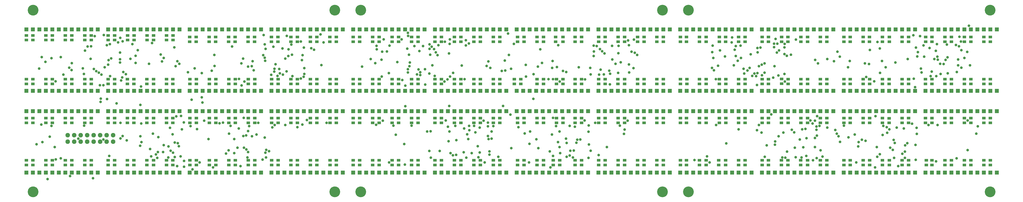
<source format=gts>
G75*
G70*
%OFA0B0*%
%FSLAX24Y24*%
%IPPOS*%
%LPD*%
%AMOC8*
5,1,8,0,0,1.08239X$1,22.5*
%
%ADD10C,0.1655*%
%ADD11R,0.0595X0.0595*%
%ADD12R,0.0552X0.0395*%
%ADD13OC8,0.0680*%
%ADD14C,0.0416*%
D10*
X002150Y002158D03*
X048650Y002158D03*
X052650Y002158D03*
X099150Y002158D03*
X103150Y002158D03*
X149650Y002158D03*
X149650Y030150D03*
X103150Y030150D03*
X099150Y030150D03*
X052650Y030150D03*
X048650Y030150D03*
X002150Y030150D03*
D11*
X002107Y027178D03*
X003107Y027178D03*
X004107Y027178D03*
X005107Y027178D03*
X006107Y027178D03*
X007107Y027178D03*
X008107Y027178D03*
X009107Y027178D03*
X010107Y027178D03*
X011107Y027178D03*
X012107Y027178D03*
X013705Y027178D03*
X014705Y027178D03*
X015705Y027178D03*
X016705Y027178D03*
X017705Y027178D03*
X018705Y027178D03*
X019705Y027178D03*
X020705Y027178D03*
X021705Y027178D03*
X022705Y027178D03*
X023705Y027178D03*
X024705Y027178D03*
X026304Y027178D03*
X027304Y027178D03*
X028304Y027178D03*
X029304Y027178D03*
X030304Y027178D03*
X031304Y027178D03*
X032304Y027178D03*
X033304Y027178D03*
X034304Y027178D03*
X035304Y027178D03*
X036304Y027178D03*
X037304Y027178D03*
X038902Y027178D03*
X039902Y027178D03*
X040902Y027178D03*
X041902Y027178D03*
X042902Y027178D03*
X043902Y027178D03*
X044902Y027178D03*
X045902Y027178D03*
X046902Y027178D03*
X047902Y027178D03*
X048902Y027178D03*
X049902Y027178D03*
X051500Y027178D03*
X052500Y027178D03*
X053500Y027178D03*
X054500Y027178D03*
X055500Y027178D03*
X056500Y027178D03*
X057500Y027178D03*
X058500Y027178D03*
X059500Y027178D03*
X060500Y027178D03*
X061500Y027178D03*
X062500Y027178D03*
X064099Y027178D03*
X065099Y027178D03*
X066099Y027178D03*
X067099Y027178D03*
X068099Y027178D03*
X069099Y027178D03*
X070099Y027178D03*
X071099Y027178D03*
X072099Y027178D03*
X073099Y027178D03*
X074099Y027178D03*
X075099Y027178D03*
X076697Y027178D03*
X077697Y027178D03*
X078697Y027178D03*
X079697Y027178D03*
X080697Y027178D03*
X081697Y027178D03*
X082697Y027178D03*
X083697Y027178D03*
X084697Y027178D03*
X085697Y027178D03*
X086697Y027178D03*
X087697Y027178D03*
X089296Y027178D03*
X090296Y027178D03*
X091296Y027178D03*
X092296Y027178D03*
X093296Y027178D03*
X094296Y027178D03*
X095296Y027178D03*
X096296Y027178D03*
X097296Y027178D03*
X098296Y027178D03*
X099296Y027178D03*
X100296Y027178D03*
X101894Y027178D03*
X102894Y027178D03*
X103894Y027178D03*
X104894Y027178D03*
X105894Y027178D03*
X106894Y027178D03*
X107894Y027178D03*
X108894Y027178D03*
X109894Y027178D03*
X110894Y027178D03*
X111894Y027178D03*
X112894Y027178D03*
X114493Y027178D03*
X115493Y027178D03*
X116493Y027178D03*
X117493Y027178D03*
X118493Y027178D03*
X119493Y027178D03*
X120493Y027178D03*
X121493Y027178D03*
X122493Y027178D03*
X123493Y027178D03*
X124493Y027178D03*
X125493Y027178D03*
X127091Y027178D03*
X128091Y027178D03*
X129091Y027178D03*
X130091Y027178D03*
X131091Y027178D03*
X132091Y027178D03*
X133091Y027178D03*
X134091Y027178D03*
X135091Y027178D03*
X136091Y027178D03*
X137091Y027178D03*
X138091Y027178D03*
X139689Y027178D03*
X140689Y027178D03*
X141689Y027178D03*
X142689Y027178D03*
X143689Y027178D03*
X144689Y027178D03*
X145689Y027178D03*
X146689Y027178D03*
X147689Y027178D03*
X148689Y027178D03*
X149689Y027178D03*
X150689Y027178D03*
X150689Y017729D03*
X149689Y017729D03*
X148689Y017729D03*
X147689Y017729D03*
X146689Y017729D03*
X145689Y017729D03*
X144689Y017729D03*
X143689Y017729D03*
X142689Y017729D03*
X141689Y017729D03*
X140689Y017729D03*
X139689Y017729D03*
X138091Y017729D03*
X137091Y017729D03*
X136091Y017729D03*
X135091Y017729D03*
X134091Y017729D03*
X133091Y017729D03*
X132091Y017729D03*
X131091Y017729D03*
X130091Y017729D03*
X129091Y017729D03*
X128091Y017729D03*
X127091Y017729D03*
X125493Y017729D03*
X124493Y017729D03*
X123493Y017729D03*
X122493Y017729D03*
X121493Y017729D03*
X120493Y017729D03*
X119493Y017729D03*
X118493Y017729D03*
X117493Y017729D03*
X116493Y017729D03*
X115493Y017729D03*
X114493Y017729D03*
X112894Y017729D03*
X111894Y017729D03*
X110894Y017729D03*
X109894Y017729D03*
X108894Y017729D03*
X107894Y017729D03*
X106894Y017729D03*
X105894Y017729D03*
X104894Y017729D03*
X103894Y017729D03*
X102894Y017729D03*
X101894Y017729D03*
X100296Y017729D03*
X099296Y017729D03*
X098296Y017729D03*
X097296Y017729D03*
X096296Y017729D03*
X095296Y017729D03*
X094296Y017729D03*
X093296Y017729D03*
X092296Y017729D03*
X091296Y017729D03*
X090296Y017729D03*
X089296Y017729D03*
X087697Y017729D03*
X086697Y017729D03*
X085697Y017729D03*
X084697Y017729D03*
X083697Y017729D03*
X082697Y017729D03*
X081697Y017729D03*
X080697Y017729D03*
X079697Y017729D03*
X078697Y017729D03*
X077697Y017729D03*
X076697Y017729D03*
X075099Y017729D03*
X074099Y017729D03*
X073099Y017729D03*
X072099Y017729D03*
X071099Y017729D03*
X070099Y017729D03*
X069099Y017729D03*
X068099Y017729D03*
X067099Y017729D03*
X066099Y017729D03*
X065099Y017729D03*
X064099Y017729D03*
X062500Y017729D03*
X061500Y017729D03*
X060500Y017729D03*
X059500Y017729D03*
X058500Y017729D03*
X057500Y017729D03*
X056500Y017729D03*
X055500Y017729D03*
X054500Y017729D03*
X053500Y017729D03*
X052500Y017729D03*
X051500Y017729D03*
X049902Y017729D03*
X048902Y017729D03*
X047902Y017729D03*
X046902Y017729D03*
X045902Y017729D03*
X044902Y017729D03*
X043902Y017729D03*
X042902Y017729D03*
X041902Y017729D03*
X040902Y017729D03*
X039902Y017729D03*
X038902Y017729D03*
X037304Y017729D03*
X036304Y017729D03*
X035304Y017729D03*
X034304Y017729D03*
X033304Y017729D03*
X032304Y017729D03*
X031304Y017729D03*
X030304Y017729D03*
X029304Y017729D03*
X028304Y017729D03*
X027304Y017729D03*
X026304Y017729D03*
X024705Y017729D03*
X023705Y017729D03*
X022705Y017729D03*
X021705Y017729D03*
X020705Y017729D03*
X019705Y017729D03*
X018705Y017729D03*
X017705Y017729D03*
X016705Y017729D03*
X015705Y017729D03*
X014705Y017729D03*
X013705Y017729D03*
X012107Y017729D03*
X011107Y017729D03*
X010107Y017729D03*
X009107Y017729D03*
X008107Y017729D03*
X007107Y017729D03*
X006107Y017729D03*
X005107Y017729D03*
X004107Y017729D03*
X003107Y017729D03*
X002107Y017729D03*
X001107Y017729D03*
X001107Y014579D03*
X002107Y014579D03*
X003107Y014579D03*
X004107Y014579D03*
X005107Y014579D03*
X006107Y014579D03*
X007107Y014579D03*
X008107Y014579D03*
X009107Y014579D03*
X010107Y014579D03*
X011107Y014579D03*
X012107Y014579D03*
X013705Y014579D03*
X014705Y014579D03*
X015705Y014579D03*
X016705Y014579D03*
X017705Y014579D03*
X018705Y014579D03*
X019705Y014579D03*
X020705Y014579D03*
X021705Y014579D03*
X022705Y014579D03*
X023705Y014579D03*
X024705Y014579D03*
X026304Y014579D03*
X027304Y014579D03*
X028304Y014579D03*
X029304Y014579D03*
X030304Y014579D03*
X031304Y014579D03*
X032304Y014579D03*
X033304Y014579D03*
X034304Y014579D03*
X035304Y014579D03*
X036304Y014579D03*
X037304Y014579D03*
X038902Y014579D03*
X039902Y014579D03*
X040902Y014579D03*
X041902Y014579D03*
X042902Y014579D03*
X043902Y014579D03*
X044902Y014579D03*
X045902Y014579D03*
X046902Y014579D03*
X047902Y014579D03*
X048902Y014579D03*
X049902Y014579D03*
X051500Y014579D03*
X052500Y014579D03*
X053500Y014579D03*
X054500Y014579D03*
X055500Y014579D03*
X056500Y014579D03*
X057500Y014579D03*
X058500Y014579D03*
X059500Y014579D03*
X060500Y014579D03*
X061500Y014579D03*
X062500Y014579D03*
X064099Y014579D03*
X065099Y014579D03*
X066099Y014579D03*
X067099Y014579D03*
X068099Y014579D03*
X069099Y014579D03*
X070099Y014579D03*
X071099Y014579D03*
X072099Y014579D03*
X073099Y014579D03*
X074099Y014579D03*
X075099Y014579D03*
X076697Y014579D03*
X077697Y014579D03*
X078697Y014579D03*
X079697Y014579D03*
X080697Y014579D03*
X081697Y014579D03*
X082697Y014579D03*
X083697Y014579D03*
X084697Y014579D03*
X085697Y014579D03*
X086697Y014579D03*
X087697Y014579D03*
X089296Y014579D03*
X090296Y014579D03*
X091296Y014579D03*
X092296Y014579D03*
X093296Y014579D03*
X094296Y014579D03*
X095296Y014579D03*
X096296Y014579D03*
X097296Y014579D03*
X098296Y014579D03*
X099296Y014579D03*
X100296Y014579D03*
X101894Y014579D03*
X102894Y014579D03*
X103894Y014579D03*
X104894Y014579D03*
X105894Y014579D03*
X106894Y014579D03*
X107894Y014579D03*
X108894Y014579D03*
X109894Y014579D03*
X110894Y014579D03*
X111894Y014579D03*
X112894Y014579D03*
X114493Y014579D03*
X115493Y014579D03*
X116493Y014579D03*
X117493Y014579D03*
X118493Y014579D03*
X119493Y014579D03*
X120493Y014579D03*
X121493Y014579D03*
X122493Y014579D03*
X123493Y014579D03*
X124493Y014579D03*
X125493Y014579D03*
X127091Y014579D03*
X128091Y014579D03*
X129091Y014579D03*
X130091Y014579D03*
X131091Y014579D03*
X132091Y014579D03*
X133091Y014579D03*
X134091Y014579D03*
X135091Y014579D03*
X136091Y014579D03*
X137091Y014579D03*
X138091Y014579D03*
X139689Y014579D03*
X140689Y014579D03*
X141689Y014579D03*
X142689Y014579D03*
X143689Y014579D03*
X144689Y014579D03*
X145689Y014579D03*
X146689Y014579D03*
X147689Y014579D03*
X148689Y014579D03*
X149689Y014579D03*
X150689Y014579D03*
X150689Y005130D03*
X149689Y005130D03*
X148689Y005130D03*
X147689Y005130D03*
X146689Y005130D03*
X145689Y005130D03*
X144689Y005130D03*
X143689Y005130D03*
X142689Y005130D03*
X141689Y005130D03*
X140689Y005130D03*
X139689Y005130D03*
X138091Y005130D03*
X137091Y005130D03*
X136091Y005130D03*
X135091Y005130D03*
X134091Y005130D03*
X133091Y005130D03*
X132091Y005130D03*
X131091Y005130D03*
X130091Y005130D03*
X129091Y005130D03*
X128091Y005130D03*
X127091Y005130D03*
X125493Y005130D03*
X124493Y005130D03*
X123493Y005130D03*
X122493Y005130D03*
X121493Y005130D03*
X120493Y005130D03*
X119493Y005130D03*
X118493Y005130D03*
X117493Y005130D03*
X116493Y005130D03*
X115493Y005130D03*
X114493Y005130D03*
X112894Y005130D03*
X111894Y005130D03*
X110894Y005130D03*
X109894Y005130D03*
X108894Y005130D03*
X107894Y005130D03*
X106894Y005130D03*
X105894Y005130D03*
X104894Y005130D03*
X103894Y005130D03*
X102894Y005130D03*
X101894Y005130D03*
X100296Y005130D03*
X099296Y005130D03*
X098296Y005130D03*
X097296Y005130D03*
X096296Y005130D03*
X095296Y005130D03*
X094296Y005130D03*
X093296Y005130D03*
X092296Y005130D03*
X091296Y005130D03*
X090296Y005130D03*
X089296Y005130D03*
X087697Y005130D03*
X086697Y005130D03*
X085697Y005130D03*
X084697Y005130D03*
X083697Y005130D03*
X082697Y005130D03*
X081697Y005130D03*
X080697Y005130D03*
X079697Y005130D03*
X078697Y005130D03*
X077697Y005130D03*
X076697Y005130D03*
X075099Y005130D03*
X074099Y005130D03*
X073099Y005130D03*
X072099Y005130D03*
X071099Y005130D03*
X070099Y005130D03*
X069099Y005130D03*
X068099Y005130D03*
X067099Y005130D03*
X066099Y005130D03*
X065099Y005130D03*
X064099Y005130D03*
X062500Y005130D03*
X061500Y005130D03*
X060500Y005130D03*
X059500Y005130D03*
X058500Y005130D03*
X057500Y005130D03*
X056500Y005130D03*
X055500Y005130D03*
X054500Y005130D03*
X053500Y005130D03*
X052500Y005130D03*
X051500Y005130D03*
X049902Y005130D03*
X048902Y005130D03*
X047902Y005130D03*
X046902Y005130D03*
X045902Y005130D03*
X044902Y005130D03*
X043902Y005130D03*
X042902Y005130D03*
X041902Y005130D03*
X040902Y005130D03*
X039902Y005130D03*
X038902Y005130D03*
X037304Y005130D03*
X036304Y005130D03*
X035304Y005130D03*
X034304Y005130D03*
X033304Y005130D03*
X032304Y005130D03*
X031304Y005130D03*
X030304Y005130D03*
X029304Y005130D03*
X028304Y005130D03*
X027304Y005130D03*
X026304Y005130D03*
X024705Y005130D03*
X023705Y005130D03*
X022705Y005130D03*
X021705Y005130D03*
X020705Y005130D03*
X019705Y005130D03*
X018705Y005130D03*
X017705Y005130D03*
X016705Y005130D03*
X015705Y005130D03*
X014705Y005130D03*
X013705Y005130D03*
X012107Y005130D03*
X011107Y005130D03*
X010107Y005130D03*
X009107Y005130D03*
X008107Y005130D03*
X007107Y005130D03*
X006107Y005130D03*
X005107Y005130D03*
X004107Y005130D03*
X003107Y005130D03*
X002107Y005130D03*
X001107Y005130D03*
X001107Y027178D03*
D12*
X001107Y026258D03*
X002107Y026258D03*
X004107Y026258D03*
X005107Y026258D03*
X007107Y026258D03*
X008107Y026258D03*
X010107Y026258D03*
X011107Y026258D03*
X011107Y025550D03*
X010107Y025550D03*
X008107Y025550D03*
X007107Y025550D03*
X005107Y025550D03*
X004107Y025550D03*
X002107Y025550D03*
X001107Y025550D03*
X013705Y025550D03*
X014705Y025550D03*
X014705Y026258D03*
X013705Y026258D03*
X016705Y026258D03*
X017705Y026258D03*
X019705Y026258D03*
X020705Y026258D03*
X022705Y026258D03*
X023705Y026258D03*
X023705Y025550D03*
X022705Y025550D03*
X020705Y025550D03*
X019705Y025550D03*
X017705Y025550D03*
X016705Y025550D03*
X026304Y025300D03*
X027304Y025300D03*
X027304Y026008D03*
X026304Y026008D03*
X029304Y026008D03*
X030304Y026008D03*
X030304Y025300D03*
X029304Y025300D03*
X032304Y025300D03*
X033304Y025300D03*
X033304Y026008D03*
X032304Y026008D03*
X035304Y026008D03*
X036304Y026008D03*
X036304Y025300D03*
X035304Y025300D03*
X038902Y025300D03*
X039902Y025300D03*
X041902Y025300D03*
X042902Y025300D03*
X044902Y025300D03*
X045902Y025300D03*
X047902Y025300D03*
X048902Y025300D03*
X051500Y025300D03*
X052500Y025300D03*
X054500Y025300D03*
X055500Y025300D03*
X057500Y025300D03*
X058500Y025300D03*
X060500Y025300D03*
X061500Y025300D03*
X061500Y026008D03*
X060500Y026008D03*
X058500Y026008D03*
X057500Y026008D03*
X055500Y026008D03*
X054500Y026008D03*
X052500Y026008D03*
X051500Y026008D03*
X048902Y026008D03*
X047902Y026008D03*
X045902Y026008D03*
X044902Y026008D03*
X042902Y026008D03*
X041902Y026008D03*
X039902Y026008D03*
X038902Y026008D03*
X064099Y026008D03*
X065099Y026008D03*
X065099Y025300D03*
X064099Y025300D03*
X067099Y025300D03*
X068099Y025300D03*
X068099Y026008D03*
X067099Y026008D03*
X070099Y026008D03*
X071099Y026008D03*
X071099Y025300D03*
X070099Y025300D03*
X073099Y025300D03*
X074099Y025300D03*
X074099Y026008D03*
X073099Y026008D03*
X076809Y026008D03*
X077809Y026008D03*
X079809Y026008D03*
X080809Y026008D03*
X082697Y026008D03*
X083809Y026008D03*
X085697Y026008D03*
X086697Y026008D03*
X089309Y026008D03*
X090309Y026008D03*
X092309Y026008D03*
X093309Y026008D03*
X095309Y026008D03*
X096309Y026008D03*
X098296Y026008D03*
X099296Y026008D03*
X099296Y025300D03*
X098296Y025300D03*
X096309Y025300D03*
X095309Y025300D03*
X093309Y025300D03*
X092309Y025300D03*
X090309Y025300D03*
X089309Y025300D03*
X086697Y025300D03*
X085697Y025300D03*
X083809Y025300D03*
X082697Y025300D03*
X080809Y025300D03*
X079809Y025300D03*
X077809Y025300D03*
X076809Y025300D03*
X101908Y025300D03*
X102869Y025300D03*
X102869Y026008D03*
X101908Y026008D03*
X104869Y026008D03*
X105896Y026008D03*
X105896Y025300D03*
X104869Y025300D03*
X107908Y025300D03*
X108892Y025300D03*
X108892Y026008D03*
X107908Y026008D03*
X110894Y026008D03*
X111894Y026008D03*
X111894Y025300D03*
X110894Y025300D03*
X114506Y025300D03*
X115493Y025300D03*
X117506Y025300D03*
X118487Y025300D03*
X120487Y025300D03*
X121506Y025300D03*
X123493Y025300D03*
X124493Y025300D03*
X127105Y025300D03*
X128091Y025300D03*
X130085Y025300D03*
X131065Y025300D03*
X133065Y025300D03*
X134105Y025300D03*
X136091Y025300D03*
X137091Y025300D03*
X137091Y026008D03*
X136091Y026008D03*
X134105Y026008D03*
X133065Y026008D03*
X131065Y026008D03*
X130085Y026008D03*
X128091Y026008D03*
X127105Y026008D03*
X124493Y026008D03*
X123493Y026008D03*
X121506Y026008D03*
X120487Y026008D03*
X118487Y026008D03*
X117506Y026008D03*
X115493Y026008D03*
X114506Y026008D03*
X139711Y026008D03*
X140689Y026008D03*
X142689Y026008D03*
X143689Y026008D03*
X145689Y026008D03*
X146689Y026008D03*
X148689Y026008D03*
X149689Y026008D03*
X149689Y025300D03*
X148689Y025300D03*
X146689Y025300D03*
X145689Y025300D03*
X143689Y025300D03*
X142689Y025300D03*
X140689Y025300D03*
X139711Y025300D03*
X139691Y019508D03*
X140689Y019508D03*
X142689Y019508D03*
X143689Y019508D03*
X145689Y019508D03*
X146689Y019508D03*
X148689Y019508D03*
X149689Y019508D03*
X149689Y018800D03*
X148689Y018800D03*
X146689Y018800D03*
X145689Y018800D03*
X143689Y018800D03*
X142689Y018800D03*
X140689Y018800D03*
X139691Y018800D03*
X137091Y018800D03*
X136091Y018800D03*
X134085Y018800D03*
X133065Y018800D03*
X131093Y018800D03*
X130093Y018800D03*
X128091Y018800D03*
X127105Y018800D03*
X124493Y018800D03*
X123493Y018800D03*
X121526Y018800D03*
X120487Y018800D03*
X118506Y018800D03*
X117506Y018839D03*
X115493Y018800D03*
X114509Y018800D03*
X114509Y019508D03*
X115493Y019508D03*
X117506Y019548D03*
X118506Y019508D03*
X120487Y019508D03*
X121526Y019508D03*
X123493Y019508D03*
X124493Y019508D03*
X127105Y019508D03*
X128091Y019508D03*
X130093Y019508D03*
X131093Y019508D03*
X133065Y019508D03*
X134085Y019508D03*
X136091Y019508D03*
X137091Y019508D03*
X111894Y019508D03*
X110894Y019508D03*
X110894Y018800D03*
X111894Y018800D03*
X108919Y018800D03*
X107908Y018800D03*
X107908Y019508D03*
X108919Y019508D03*
X105896Y019508D03*
X104869Y019508D03*
X104869Y018800D03*
X105896Y018800D03*
X102919Y018800D03*
X101908Y018800D03*
X101908Y019508D03*
X102919Y019508D03*
X099296Y019508D03*
X098296Y019508D03*
X096309Y019508D03*
X095309Y019508D03*
X093309Y019508D03*
X092302Y019508D03*
X090309Y019508D03*
X089309Y019508D03*
X086697Y019508D03*
X085697Y019508D03*
X083809Y019508D03*
X082809Y019508D03*
X080809Y019508D03*
X079809Y019508D03*
X079809Y018800D03*
X080809Y018800D03*
X082809Y018800D03*
X083809Y018800D03*
X085697Y018800D03*
X086697Y018800D03*
X089309Y018800D03*
X090309Y018800D03*
X092302Y018800D03*
X093309Y018800D03*
X095309Y018800D03*
X096309Y018800D03*
X098296Y018800D03*
X099296Y018800D03*
X077309Y018800D03*
X076309Y018800D03*
X076309Y019508D03*
X077309Y019508D03*
X074099Y019508D03*
X073099Y019508D03*
X073099Y018800D03*
X074099Y018800D03*
X071099Y018800D03*
X070099Y018800D03*
X070099Y019508D03*
X071099Y019508D03*
X068099Y019508D03*
X067099Y019508D03*
X067099Y018800D03*
X068099Y018800D03*
X065099Y018800D03*
X064099Y018800D03*
X064099Y019508D03*
X065099Y019508D03*
X061500Y019508D03*
X060500Y019508D03*
X058500Y019508D03*
X057500Y019508D03*
X055500Y019508D03*
X054500Y019508D03*
X052500Y019508D03*
X051500Y019508D03*
X048896Y019508D03*
X047908Y019508D03*
X045904Y019508D03*
X044880Y019508D03*
X042900Y019508D03*
X041904Y019508D03*
X039908Y019508D03*
X038912Y019508D03*
X038912Y018800D03*
X039908Y018800D03*
X041904Y018800D03*
X042900Y018800D03*
X044880Y018800D03*
X045904Y018800D03*
X047908Y018800D03*
X048896Y018800D03*
X051500Y018800D03*
X052500Y018800D03*
X054500Y018800D03*
X055500Y018800D03*
X057500Y018800D03*
X058500Y018800D03*
X060500Y018800D03*
X061500Y018800D03*
X061500Y013508D03*
X060500Y013508D03*
X058500Y013508D03*
X057500Y013508D03*
X055500Y013508D03*
X054500Y013508D03*
X052500Y013508D03*
X051500Y013508D03*
X048896Y013508D03*
X047908Y013508D03*
X045904Y013508D03*
X044880Y013508D03*
X042900Y013508D03*
X041904Y013508D03*
X039908Y013508D03*
X038912Y013508D03*
X038912Y012800D03*
X039908Y012800D03*
X041904Y012800D03*
X042900Y012800D03*
X044880Y012800D03*
X045904Y012800D03*
X047908Y012800D03*
X048896Y012800D03*
X051500Y012800D03*
X052500Y012800D03*
X054500Y012800D03*
X055500Y012800D03*
X057500Y012800D03*
X058500Y012800D03*
X060500Y012800D03*
X061500Y012800D03*
X064099Y012800D03*
X065099Y012800D03*
X065099Y013508D03*
X064099Y013508D03*
X067099Y013508D03*
X068099Y013508D03*
X068099Y012800D03*
X067099Y012800D03*
X070099Y012800D03*
X071099Y012800D03*
X071099Y013508D03*
X070099Y013508D03*
X073099Y013508D03*
X074099Y013508D03*
X074099Y012800D03*
X073099Y012800D03*
X076809Y012800D03*
X077809Y012800D03*
X079809Y012800D03*
X080809Y012800D03*
X082809Y012800D03*
X083809Y012800D03*
X085697Y012800D03*
X086697Y012800D03*
X089309Y012800D03*
X090309Y012800D03*
X092309Y012800D03*
X093309Y012800D03*
X095309Y012800D03*
X096309Y012800D03*
X098296Y012800D03*
X099296Y012800D03*
X099296Y013508D03*
X098296Y013508D03*
X096309Y013508D03*
X095309Y013508D03*
X093309Y013508D03*
X092309Y013508D03*
X090309Y013508D03*
X089309Y013508D03*
X086697Y013508D03*
X085697Y013508D03*
X083809Y013508D03*
X082809Y013508D03*
X080809Y013508D03*
X079809Y013508D03*
X077809Y013508D03*
X076809Y013508D03*
X101908Y013508D03*
X102869Y013508D03*
X102869Y012800D03*
X101908Y012800D03*
X104869Y012800D03*
X105896Y012800D03*
X105896Y013508D03*
X104869Y013508D03*
X107908Y013508D03*
X108909Y013508D03*
X108909Y012800D03*
X107908Y012800D03*
X110894Y012800D03*
X111894Y012800D03*
X111894Y013508D03*
X110894Y013508D03*
X114506Y013508D03*
X115493Y013508D03*
X117487Y013508D03*
X118506Y013508D03*
X120487Y013508D03*
X121514Y013508D03*
X123493Y013508D03*
X124493Y013508D03*
X127105Y013508D03*
X128091Y013508D03*
X130093Y013508D03*
X131093Y013508D03*
X133065Y013508D03*
X134093Y013489D03*
X136091Y013508D03*
X137091Y013508D03*
X137091Y012800D03*
X136091Y012800D03*
X134093Y012780D03*
X133065Y012800D03*
X131093Y012800D03*
X130093Y012800D03*
X128091Y012800D03*
X127105Y012800D03*
X124493Y012800D03*
X123493Y012800D03*
X121514Y012800D03*
X120487Y012800D03*
X118506Y012800D03*
X117487Y012800D03*
X115493Y012800D03*
X114506Y012800D03*
X139691Y012800D03*
X140689Y012800D03*
X142689Y012800D03*
X143689Y012800D03*
X145689Y012800D03*
X146689Y012800D03*
X148689Y012800D03*
X149672Y012800D03*
X149672Y013508D03*
X148689Y013508D03*
X146689Y013508D03*
X145689Y013508D03*
X143689Y013508D03*
X142689Y013508D03*
X140689Y013508D03*
X139691Y013508D03*
X139809Y007008D03*
X140689Y007008D03*
X142689Y007008D03*
X143689Y007008D03*
X145689Y007008D03*
X146689Y007008D03*
X148689Y007008D03*
X149689Y007008D03*
X149689Y006300D03*
X148689Y006300D03*
X146689Y006300D03*
X145689Y006300D03*
X143689Y006300D03*
X142689Y006300D03*
X140689Y006300D03*
X139809Y006300D03*
X137091Y006300D03*
X136091Y006300D03*
X134105Y006300D03*
X133065Y006300D03*
X131093Y006300D03*
X130093Y006300D03*
X128091Y006300D03*
X127105Y006300D03*
X124493Y006300D03*
X123493Y006300D03*
X121526Y006300D03*
X120447Y006300D03*
X118494Y006300D03*
X117494Y006300D03*
X115493Y006300D03*
X114506Y006300D03*
X114506Y007008D03*
X115493Y007008D03*
X117494Y007008D03*
X118494Y007008D03*
X120447Y007008D03*
X121526Y007008D03*
X123493Y007008D03*
X124493Y007008D03*
X127105Y007008D03*
X128091Y007008D03*
X130093Y007008D03*
X131093Y007008D03*
X133065Y007008D03*
X134105Y007008D03*
X136091Y007008D03*
X137091Y007008D03*
X111894Y007008D03*
X110894Y007008D03*
X110894Y006300D03*
X111894Y006300D03*
X108888Y006300D03*
X107809Y006300D03*
X107809Y007008D03*
X108888Y007008D03*
X105896Y007008D03*
X104869Y007008D03*
X104869Y006300D03*
X105896Y006300D03*
X102869Y006300D03*
X101908Y006300D03*
X101908Y007008D03*
X102869Y007008D03*
X099296Y007008D03*
X098296Y007008D03*
X096309Y007008D03*
X095309Y007008D03*
X093309Y007008D03*
X092309Y007008D03*
X090309Y007008D03*
X089309Y007008D03*
X086697Y007008D03*
X085697Y007008D03*
X085697Y006300D03*
X086697Y006300D03*
X089309Y006300D03*
X090309Y006300D03*
X092309Y006300D03*
X093309Y006300D03*
X095309Y006300D03*
X096309Y006300D03*
X098296Y006300D03*
X099296Y006300D03*
X083309Y006300D03*
X082309Y006300D03*
X080809Y006300D03*
X079809Y006300D03*
X077809Y006300D03*
X076809Y006300D03*
X076809Y007008D03*
X077809Y007008D03*
X079809Y007008D03*
X080809Y007008D03*
X082309Y007008D03*
X083309Y007008D03*
X074099Y007008D03*
X073099Y007008D03*
X073099Y006300D03*
X074099Y006300D03*
X071099Y006300D03*
X070099Y006300D03*
X070099Y007008D03*
X071099Y007008D03*
X068099Y007008D03*
X067099Y007008D03*
X067099Y006300D03*
X068099Y006300D03*
X065099Y006300D03*
X064099Y006300D03*
X064099Y007008D03*
X065099Y007008D03*
X061500Y007008D03*
X060500Y007008D03*
X058500Y007008D03*
X057500Y007008D03*
X055500Y007008D03*
X054500Y007008D03*
X052500Y007008D03*
X051500Y007008D03*
X048896Y007008D03*
X047908Y007008D03*
X045904Y007008D03*
X044880Y007008D03*
X042900Y007008D03*
X041904Y007008D03*
X039908Y007008D03*
X038912Y007008D03*
X038912Y006300D03*
X039908Y006300D03*
X041904Y006300D03*
X042900Y006300D03*
X044880Y006300D03*
X045904Y006300D03*
X047908Y006300D03*
X048896Y006300D03*
X051500Y006300D03*
X052500Y006300D03*
X054500Y006300D03*
X055500Y006300D03*
X057500Y006300D03*
X058500Y006300D03*
X060500Y006300D03*
X061500Y006300D03*
X036309Y006300D03*
X035309Y006300D03*
X035309Y007008D03*
X036309Y007008D03*
X033309Y007008D03*
X032309Y007008D03*
X032309Y006300D03*
X033309Y006300D03*
X030309Y006300D03*
X029309Y006300D03*
X029309Y007008D03*
X030309Y007008D03*
X027309Y007008D03*
X026309Y007008D03*
X026309Y006300D03*
X027309Y006300D03*
X023703Y006300D03*
X022707Y006300D03*
X020707Y006300D03*
X019703Y006300D03*
X017703Y006300D03*
X016703Y006300D03*
X016703Y007008D03*
X017703Y007008D03*
X019703Y007008D03*
X020707Y007008D03*
X022707Y007008D03*
X023703Y007008D03*
X014707Y007008D03*
X013707Y007008D03*
X013707Y006300D03*
X014707Y006300D03*
X011107Y006300D03*
X010107Y006300D03*
X008107Y006300D03*
X007107Y006300D03*
X005107Y006300D03*
X004107Y006300D03*
X002107Y006300D03*
X001107Y006300D03*
X001107Y007008D03*
X002107Y007008D03*
X004107Y007008D03*
X005107Y007008D03*
X007107Y007008D03*
X008107Y007008D03*
X010107Y007008D03*
X011107Y007008D03*
X011107Y012800D03*
X010107Y012800D03*
X008107Y012800D03*
X007107Y012800D03*
X005107Y012800D03*
X004107Y012800D03*
X002107Y012800D03*
X001107Y012800D03*
X001107Y013508D03*
X002107Y013508D03*
X004107Y013508D03*
X005107Y013508D03*
X007107Y013508D03*
X008107Y013508D03*
X010107Y013508D03*
X011107Y013508D03*
X013707Y013508D03*
X014707Y013508D03*
X014707Y012800D03*
X013707Y012800D03*
X016703Y012800D03*
X017703Y012800D03*
X019703Y012800D03*
X020707Y012800D03*
X022707Y012800D03*
X023703Y012800D03*
X023703Y013508D03*
X022707Y013508D03*
X020707Y013508D03*
X019703Y013508D03*
X017703Y013508D03*
X016703Y013508D03*
X026309Y013508D03*
X027309Y013508D03*
X027309Y012800D03*
X026309Y012800D03*
X029309Y012800D03*
X030309Y012800D03*
X030309Y013508D03*
X029309Y013508D03*
X032309Y013508D03*
X033309Y013508D03*
X033309Y012800D03*
X032309Y012800D03*
X035309Y012800D03*
X036309Y012800D03*
X036309Y013508D03*
X035309Y013508D03*
X035309Y018800D03*
X036309Y018800D03*
X036309Y019508D03*
X035309Y019508D03*
X033309Y019508D03*
X032309Y019508D03*
X032309Y018800D03*
X033309Y018800D03*
X030309Y018800D03*
X029309Y018800D03*
X029309Y019508D03*
X030309Y019508D03*
X027309Y019508D03*
X026309Y019508D03*
X026309Y018800D03*
X027309Y018800D03*
X023703Y018800D03*
X022707Y018800D03*
X020707Y018800D03*
X019703Y018800D03*
X017703Y018800D03*
X016703Y018800D03*
X016703Y019508D03*
X017703Y019508D03*
X019703Y019508D03*
X020707Y019508D03*
X022707Y019508D03*
X023703Y019508D03*
X014707Y019508D03*
X013707Y019508D03*
X013707Y018800D03*
X014707Y018800D03*
X011107Y018800D03*
X010107Y018800D03*
X008107Y018800D03*
X007107Y018800D03*
X005107Y018800D03*
X004107Y018800D03*
X002107Y018800D03*
X001107Y018800D03*
X001107Y019508D03*
X002107Y019508D03*
X004107Y019508D03*
X005107Y019508D03*
X007107Y019508D03*
X008107Y019508D03*
X010107Y019508D03*
X011107Y019508D03*
D13*
X011502Y010882D03*
X010502Y010882D03*
X009502Y010882D03*
X008502Y010882D03*
X007502Y010882D03*
X007502Y009882D03*
X008502Y009882D03*
X009502Y009882D03*
X010502Y009882D03*
X011502Y009882D03*
X012502Y009882D03*
X013502Y009882D03*
X014502Y009882D03*
X014502Y010882D03*
X013502Y010882D03*
X012502Y010882D03*
D14*
X012998Y010226D03*
X015605Y010396D03*
X015963Y010762D03*
X016585Y010093D03*
X018681Y010711D03*
X020624Y011108D03*
X021470Y010589D03*
X023647Y011031D03*
X025099Y011774D03*
X026423Y012275D03*
X027424Y011809D03*
X025388Y012869D03*
X023247Y012031D03*
X018806Y012703D03*
X015625Y012800D03*
X010020Y012345D03*
X004988Y012339D03*
X003427Y012536D03*
X004734Y010671D03*
X003587Y009830D03*
X002680Y009492D03*
X005477Y009040D03*
X005640Y007149D03*
X006408Y007317D03*
X013882Y007690D03*
X020188Y008769D03*
X018668Y009262D03*
X018852Y009828D03*
X022282Y009343D03*
X023023Y009151D03*
X024442Y009654D03*
X023986Y009766D03*
X024617Y009198D03*
X023364Y008490D03*
X023710Y008190D03*
X022180Y008298D03*
X021382Y008294D03*
X021093Y007937D03*
X020365Y007615D03*
X021273Y007397D03*
X022999Y007464D03*
X023974Y007514D03*
X024873Y007610D03*
X025437Y006921D03*
X027838Y006681D03*
X029887Y005915D03*
X026731Y005639D03*
X025436Y006025D03*
X024355Y006135D03*
X031894Y008065D03*
X033141Y008110D03*
X032299Y008558D03*
X033639Y008963D03*
X034640Y008947D03*
X035030Y008684D03*
X035302Y008294D03*
X037939Y008181D03*
X038074Y008637D03*
X038516Y008417D03*
X038071Y007447D03*
X037521Y007109D03*
X035201Y007455D03*
X034106Y006132D03*
X033164Y010289D03*
X034541Y010756D03*
X034997Y010842D03*
X035893Y010734D03*
X036593Y010991D03*
X035285Y011529D03*
X033860Y011937D03*
X032576Y012315D03*
X031405Y012835D03*
X030891Y012717D03*
X028531Y013128D03*
X024940Y013851D03*
X024232Y013789D03*
X018691Y015565D03*
X015023Y015792D03*
X012557Y016013D03*
X013550Y016456D03*
X012576Y016507D03*
X018793Y018382D03*
X015711Y019319D03*
X015884Y019803D03*
X016470Y020290D03*
X016055Y020620D03*
X014029Y019986D03*
X012679Y020208D03*
X012280Y020509D03*
X011881Y020757D03*
X011534Y021105D03*
X013174Y021372D03*
X013732Y021771D03*
X015565Y022092D03*
X015565Y022594D03*
X014197Y022726D03*
X013804Y022447D03*
X011014Y022670D03*
X008125Y021998D03*
X006413Y022933D03*
X005000Y022744D03*
X003483Y022928D03*
X004062Y022182D03*
X003100Y021151D03*
X006813Y020214D03*
X008079Y020906D03*
X007718Y021293D03*
X009823Y021197D03*
X009974Y020306D03*
X005624Y019181D03*
X012459Y018590D03*
X012976Y018587D03*
X024116Y021524D03*
X024703Y021902D03*
X024404Y022299D03*
X022300Y022778D03*
X022015Y022270D03*
X020011Y021902D03*
X017946Y022029D03*
X017141Y022653D03*
X017954Y023115D03*
X015566Y023610D03*
X018283Y023990D03*
X021820Y023307D03*
X023937Y024414D03*
X020502Y025101D03*
X017455Y024929D03*
X015940Y025344D03*
X015252Y025187D03*
X013978Y024909D03*
X013510Y024758D03*
X011074Y024574D03*
X010558Y024560D03*
X010165Y023924D03*
X011644Y026169D03*
X013039Y026326D03*
X015589Y025877D03*
X030084Y023263D03*
X032806Y024543D03*
X037859Y024878D03*
X039190Y024510D03*
X037986Y024180D03*
X040576Y024249D03*
X041511Y024133D03*
X043883Y024401D03*
X045026Y024282D03*
X045452Y024063D03*
X042041Y023285D03*
X041474Y023095D03*
X041012Y022683D03*
X043590Y022455D03*
X043704Y023212D03*
X046577Y021673D03*
X043952Y021234D03*
X041227Y020738D03*
X040204Y020414D03*
X040645Y020210D03*
X039817Y020014D03*
X038860Y020178D03*
X039338Y020680D03*
X039364Y021136D03*
X040092Y021091D03*
X039531Y021813D03*
X037934Y022362D03*
X037866Y022819D03*
X037635Y023233D03*
X035994Y022299D03*
X034506Y022680D03*
X034262Y021961D03*
X035302Y021453D03*
X035860Y021535D03*
X036158Y020877D03*
X033893Y019551D03*
X034724Y019140D03*
X034289Y018564D03*
X042110Y019986D03*
X043431Y019629D03*
X043854Y019878D03*
X043952Y020337D03*
X052850Y021463D03*
X054888Y021981D03*
X055840Y022529D03*
X054198Y022617D03*
X055958Y023768D03*
X056695Y023780D03*
X055119Y024120D03*
X055080Y024650D03*
X057087Y024678D03*
X059818Y024208D03*
X061688Y023870D03*
X063271Y024183D03*
X063584Y024538D03*
X063255Y024877D03*
X062247Y024630D03*
X060936Y024620D03*
X063947Y024142D03*
X064226Y023669D03*
X063340Y023273D03*
X064502Y023230D03*
X066262Y023500D03*
X064615Y024763D03*
X066361Y024972D03*
X065624Y025300D03*
X066384Y025648D03*
X068867Y025539D03*
X069305Y025010D03*
X068857Y024721D03*
X075485Y023255D03*
X074860Y022405D03*
X072317Y022263D03*
X072070Y021552D03*
X072624Y021256D03*
X074381Y020787D03*
X074919Y020843D03*
X075809Y021106D03*
X078101Y021721D03*
X079946Y021455D03*
X080604Y022008D03*
X082223Y022336D03*
X082877Y021385D03*
X082144Y021243D03*
X083819Y020773D03*
X084313Y020623D03*
X088027Y021260D03*
X086248Y021349D03*
X089620Y020996D03*
X090949Y020820D03*
X091074Y020364D03*
X090137Y020245D03*
X089404Y020232D03*
X088081Y020255D03*
X087223Y019498D03*
X091052Y018734D03*
X083329Y019165D03*
X082280Y019508D03*
X081580Y019508D03*
X079287Y020302D03*
X078126Y019911D03*
X068639Y019508D03*
X066427Y019925D03*
X066022Y019505D03*
X065559Y019155D03*
X064057Y020030D03*
X063205Y020384D03*
X061838Y020604D03*
X061817Y020143D03*
X061323Y020246D03*
X059918Y020571D03*
X059931Y021063D03*
X060168Y021522D03*
X061553Y021008D03*
X062547Y021052D03*
X063685Y021647D03*
X060214Y022099D03*
X058301Y022148D03*
X060077Y023301D03*
X068227Y021618D03*
X066895Y020504D03*
X062589Y018680D03*
X059513Y018510D03*
X059063Y019377D03*
X055889Y019925D03*
X056983Y020455D03*
X041943Y024854D03*
X043431Y025326D03*
X046931Y025196D03*
X046468Y026416D03*
X041250Y026181D03*
X037683Y026317D03*
X056179Y025649D03*
X058954Y025649D03*
X059968Y026188D03*
X059928Y026666D03*
X075357Y026549D03*
X076247Y024951D03*
X080315Y024131D03*
X083087Y024756D03*
X088555Y024697D03*
X089020Y024633D03*
X089508Y024155D03*
X089862Y023816D03*
X090229Y023495D03*
X088581Y023774D03*
X088555Y023097D03*
X091406Y022560D03*
X092733Y022115D03*
X091911Y021877D03*
X093989Y021804D03*
X094687Y021235D03*
X094014Y020562D03*
X092336Y020485D03*
X092360Y023521D03*
X094401Y023763D03*
X094891Y023591D03*
X095259Y023269D03*
X093988Y024747D03*
X092386Y024657D03*
X091402Y024667D03*
X093839Y025491D03*
X094770Y025627D03*
X106891Y024689D03*
X108032Y023970D03*
X106817Y023694D03*
X108773Y023015D03*
X110469Y023098D03*
X111262Y022793D03*
X110744Y022355D03*
X110165Y021666D03*
X111651Y021119D03*
X112261Y020869D03*
X112593Y021263D03*
X114037Y021536D03*
X114467Y021756D03*
X114904Y021964D03*
X116408Y021512D03*
X114895Y020536D03*
X114493Y020138D03*
X113781Y020459D03*
X113317Y020397D03*
X111765Y020401D03*
X113002Y020021D03*
X113580Y020001D03*
X116228Y019754D03*
X117032Y020100D03*
X117963Y020313D03*
X118019Y019167D03*
X113729Y018617D03*
X107376Y019508D03*
X107079Y020889D03*
X106804Y021259D03*
X107737Y021597D03*
X106980Y022804D03*
X110285Y024045D03*
X110440Y024623D03*
X111203Y024691D03*
X109836Y025196D03*
X113772Y024312D03*
X114257Y024374D03*
X116348Y024454D03*
X117121Y023963D03*
X116786Y023624D03*
X117939Y023399D03*
X118316Y023125D03*
X118955Y023300D03*
X117950Y024424D03*
X117984Y024972D03*
X116848Y024980D03*
X116347Y024982D03*
X116603Y025706D03*
X119710Y025627D03*
X113833Y023672D03*
X112763Y023359D03*
X122682Y022480D03*
X123113Y021951D03*
X125590Y022294D03*
X124558Y022639D03*
X126499Y022986D03*
X126110Y023746D03*
X131132Y024016D03*
X132652Y024261D03*
X132299Y025246D03*
X137822Y026291D03*
X138845Y026172D03*
X141459Y024906D03*
X142997Y024844D03*
X144383Y024779D03*
X144851Y024599D03*
X145218Y023989D03*
X146136Y023732D03*
X145702Y022782D03*
X144708Y022543D03*
X143077Y022881D03*
X142796Y022500D03*
X141580Y022512D03*
X141061Y022638D03*
X141505Y022981D03*
X141284Y023887D03*
X140322Y024334D03*
X139390Y024727D03*
X138210Y024389D03*
X138524Y023704D03*
X138425Y023016D03*
X139472Y022995D03*
X136949Y022634D03*
X135054Y022075D03*
X132993Y022331D03*
X131003Y021863D03*
X130345Y021951D03*
X127760Y021369D03*
X128030Y022331D03*
X133557Y021355D03*
X132699Y020497D03*
X130561Y019852D03*
X131793Y019181D03*
X137896Y019578D03*
X140486Y019998D03*
X141366Y019988D03*
X142036Y020336D03*
X143126Y020436D03*
X144527Y020608D03*
X145225Y021300D03*
X144735Y021652D03*
X146556Y021647D03*
X142484Y021855D03*
X141968Y021880D03*
X138987Y021142D03*
X140667Y020702D03*
X139078Y020561D03*
X138082Y018298D03*
X131978Y013831D03*
X133204Y012320D03*
X133737Y012129D03*
X134134Y011787D03*
X135264Y012052D03*
X136346Y011935D03*
X138329Y012033D03*
X140168Y012472D03*
X141565Y012472D03*
X137630Y012646D03*
X138367Y011100D03*
X134774Y010142D03*
X134941Y009682D03*
X136558Y009308D03*
X136874Y009654D03*
X138139Y009396D03*
X134656Y008618D03*
X134243Y008967D03*
X132180Y009053D03*
X129307Y009164D03*
X129392Y009829D03*
X129902Y010203D03*
X130449Y010038D03*
X127818Y010558D03*
X126278Y010712D03*
X126036Y011127D03*
X128781Y011000D03*
X125795Y011704D03*
X124543Y012044D03*
X123351Y012331D03*
X122895Y012223D03*
X122881Y011724D03*
X121174Y011870D03*
X120681Y011787D03*
X119469Y011329D03*
X119087Y011725D03*
X117789Y011301D03*
X117039Y010708D03*
X114431Y011293D03*
X113729Y011648D03*
X110894Y011781D03*
X114018Y012445D03*
X115933Y014084D03*
X121963Y013155D03*
X122293Y012698D03*
X122644Y013127D03*
X123002Y013823D03*
X127138Y012340D03*
X122946Y010819D03*
X122653Y010466D03*
X121356Y010435D03*
X120321Y010219D03*
X116509Y009909D03*
X116481Y009426D03*
X115212Y009306D03*
X118367Y008340D03*
X117617Y007463D03*
X118104Y007430D03*
X119683Y007473D03*
X120586Y007455D03*
X121317Y007703D03*
X122922Y007356D03*
X122357Y007024D03*
X123819Y007581D03*
X123524Y008559D03*
X122649Y009043D03*
X120852Y009025D03*
X119568Y008954D03*
X114924Y007554D03*
X106423Y006681D03*
X104074Y007047D03*
X106032Y007639D03*
X108983Y009611D03*
X107433Y012472D03*
X093799Y013127D03*
X092591Y012346D03*
X093326Y011768D03*
X093231Y011091D03*
X087752Y011412D03*
X085656Y012185D03*
X084850Y012312D03*
X082750Y012304D03*
X083273Y011455D03*
X082114Y010995D03*
X084283Y010367D03*
X086035Y010178D03*
X086495Y010208D03*
X085877Y009720D03*
X084372Y009687D03*
X083289Y009072D03*
X083068Y009810D03*
X079710Y010248D03*
X078643Y009571D03*
X080006Y008883D03*
X081789Y008383D03*
X083395Y008136D03*
X084943Y008493D03*
X085498Y008515D03*
X088104Y008476D03*
X089328Y007811D03*
X087747Y007388D03*
X085357Y007457D03*
X084849Y007752D03*
X084382Y007569D03*
X082298Y007680D03*
X078577Y006681D03*
X081882Y005920D03*
X073861Y007550D03*
X072495Y007881D03*
X072481Y008390D03*
X070999Y008232D03*
X069763Y008106D03*
X068505Y008254D03*
X067350Y007842D03*
X066855Y007774D03*
X066472Y008124D03*
X064816Y008471D03*
X063235Y008443D03*
X059357Y009506D03*
X058041Y010960D03*
X062874Y011448D03*
X063408Y011483D03*
X066104Y012191D03*
X067219Y012316D03*
X069347Y012322D03*
X070137Y012306D03*
X070991Y012062D03*
X072263Y012245D03*
X073099Y012305D03*
X072263Y012811D03*
X071587Y013127D03*
X075724Y014047D03*
X074585Y015377D03*
X079249Y016484D03*
X082279Y013571D03*
X087160Y013169D03*
X088776Y012800D03*
X087800Y012392D03*
X078746Y011467D03*
X077933Y011151D03*
X076944Y012125D03*
X072818Y011467D03*
X070319Y011337D03*
X069397Y011645D03*
X068576Y011917D03*
X069051Y011007D03*
X066331Y011448D03*
X067404Y010132D03*
X066194Y009951D03*
X069212Y010294D03*
X072256Y010761D03*
X072818Y010349D03*
X072362Y010305D03*
X070677Y009186D03*
X075849Y008883D03*
X070789Y007483D03*
X068924Y007430D03*
X071770Y006681D03*
X063468Y007424D03*
X059466Y006342D03*
X057015Y006681D03*
X037862Y010531D03*
X032339Y011133D03*
X029200Y010289D03*
X039009Y012104D03*
X039394Y012472D03*
X036866Y012800D03*
X035467Y012301D03*
X034607Y013569D03*
X041016Y012472D03*
X042880Y012119D03*
X043652Y012535D03*
X044356Y013237D03*
X047374Y012800D03*
X055005Y012488D03*
X056039Y013127D03*
X057699Y012344D03*
X060500Y012344D03*
X065739Y013155D03*
X066299Y015384D03*
X059506Y015346D03*
X087813Y009445D03*
X090584Y009067D03*
X126509Y009862D03*
X133091Y010907D03*
X133781Y011253D03*
X146189Y013169D03*
X147767Y012251D03*
X147508Y011110D03*
X146200Y008600D03*
X144489Y007330D03*
X141325Y006847D03*
X138198Y007085D03*
X136515Y007396D03*
X134862Y007398D03*
X132255Y007571D03*
X132659Y007970D03*
X136134Y008022D03*
X136523Y008340D03*
X129021Y006681D03*
X131910Y005914D03*
X135477Y006139D03*
X145157Y025317D03*
X144927Y026056D03*
X146385Y027741D03*
X109900Y025950D03*
X030138Y021557D03*
X029673Y020828D03*
X028159Y020465D03*
X026024Y020592D03*
X027049Y021183D03*
X028159Y016710D03*
X026572Y016347D03*
X028256Y015908D03*
X009112Y010360D03*
X007853Y004583D03*
X011403Y004255D03*
X004393Y004132D03*
M02*

</source>
